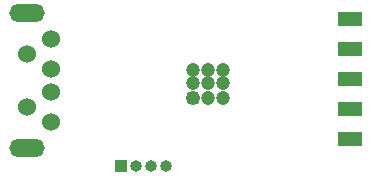
<source format=gbs>
G04 #@! TF.FileFunction,Soldermask,Bot*
%FSLAX46Y46*%
G04 Gerber Fmt 4.6, Leading zero omitted, Abs format (unit mm)*
G04 Created by KiCad (PCBNEW 4.0.2-stable) date 6/30/2017 10:51:31 AM*
%MOMM*%
G01*
G04 APERTURE LIST*
%ADD10C,0.150000*%
%ADD11R,1.000000X1.000000*%
%ADD12O,1.000000X1.000000*%
%ADD13R,2.000000X1.200000*%
%ADD14C,1.524000*%
%ADD15O,3.000000X1.500000*%
%ADD16C,1.200000*%
%ADD17C,1.250000*%
G04 APERTURE END LIST*
D10*
D11*
X191516000Y-142113000D03*
D12*
X192786000Y-142113000D03*
X194056000Y-142113000D03*
X195326000Y-142113000D03*
D13*
X210947000Y-129675000D03*
X210947000Y-132215000D03*
X210947000Y-134755000D03*
X210947000Y-137295000D03*
X210947000Y-139835000D03*
D14*
X185650000Y-133875000D03*
X185650000Y-135875000D03*
X185650000Y-131375000D03*
X185650000Y-138375000D03*
X183550000Y-132625000D03*
X183550000Y-137125000D03*
D15*
X183550000Y-129175000D03*
X183550000Y-140575000D03*
D16*
X200152000Y-133985000D03*
X198882000Y-133985000D03*
X197612000Y-133985000D03*
D17*
X197612000Y-136398000D03*
D16*
X198882000Y-136398000D03*
X200152000Y-136398000D03*
X200152000Y-135128000D03*
X197612000Y-135128000D03*
X198882000Y-135128000D03*
M02*

</source>
